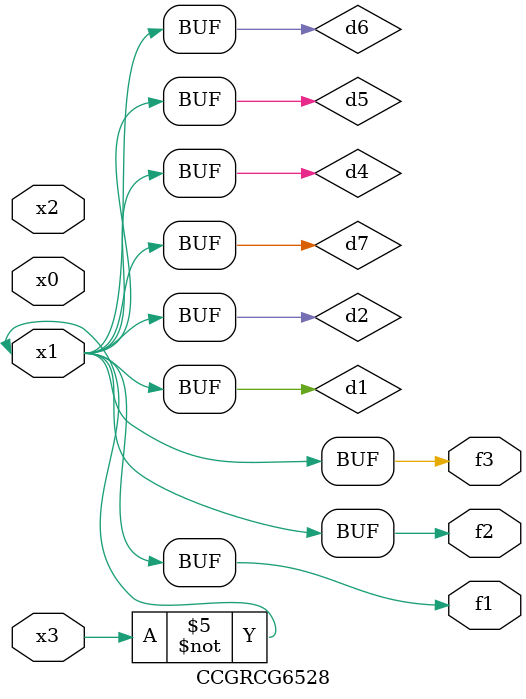
<source format=v>
module CCGRCG6528(
	input x0, x1, x2, x3,
	output f1, f2, f3
);

	wire d1, d2, d3, d4, d5, d6, d7;

	not (d1, x3);
	buf (d2, x1);
	xnor (d3, d1, d2);
	nor (d4, d1);
	buf (d5, d1, d2);
	buf (d6, d4, d5);
	nand (d7, d4);
	assign f1 = d6;
	assign f2 = d7;
	assign f3 = d6;
endmodule

</source>
